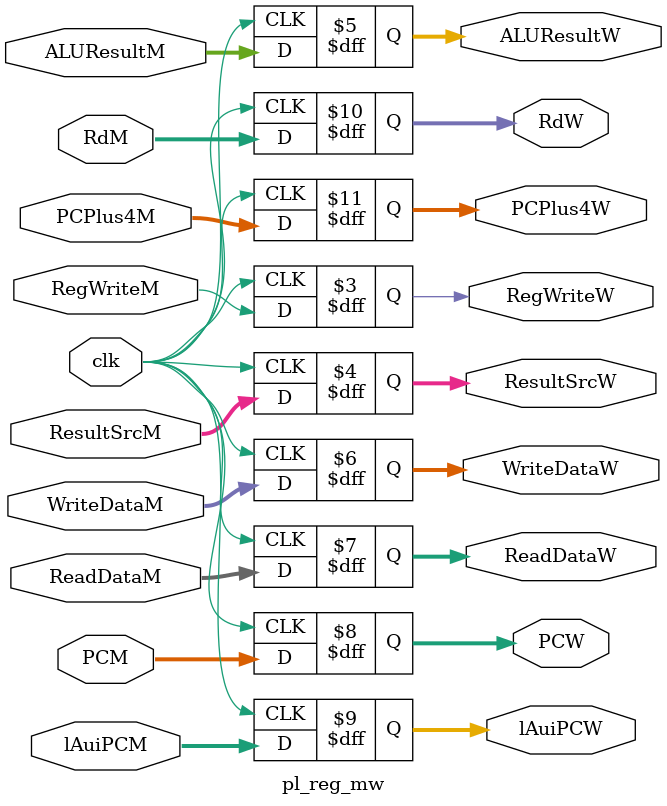
<source format=v>


module pl_reg_mw (
    input             clk,
    input             RegWriteM,
    input      [1:0]  ResultSrcM,
    input      [31:0] ALUResultM, WriteDataM, ReadDataM, PCM, lAuiPCM,
    input      [4:0]  RdM,
    input      [31:0] PCPlus4M,
    output reg        RegWriteW,
    output reg [1:0]  ResultSrcW,
    output reg [31:0] ALUResultW, WriteDataW, ReadDataW, PCW, lAuiPCW,
    output reg [4:0]  RdW,
    output reg [31:0] PCPlus4W
);

initial begin
    RegWriteW = 0;
    ResultSrcW = 0;
    ALUResultW = 0; WriteDataW = 0; ReadDataW = 0; PCW = 0; lAuiPCW = 0;
    RdW = 0;
    PCPlus4W = 0;
end

always @(posedge clk) begin
    RegWriteW <= RegWriteM;
    ResultSrcW <= ResultSrcM;
    ALUResultW <= ALUResultM; WriteDataW <= WriteDataM; ReadDataW <= ReadDataM; PCW <= PCM; lAuiPCW <= lAuiPCM;
    RdW <= RdM;
    PCPlus4W <= PCPlus4M;
end

endmodule

</source>
